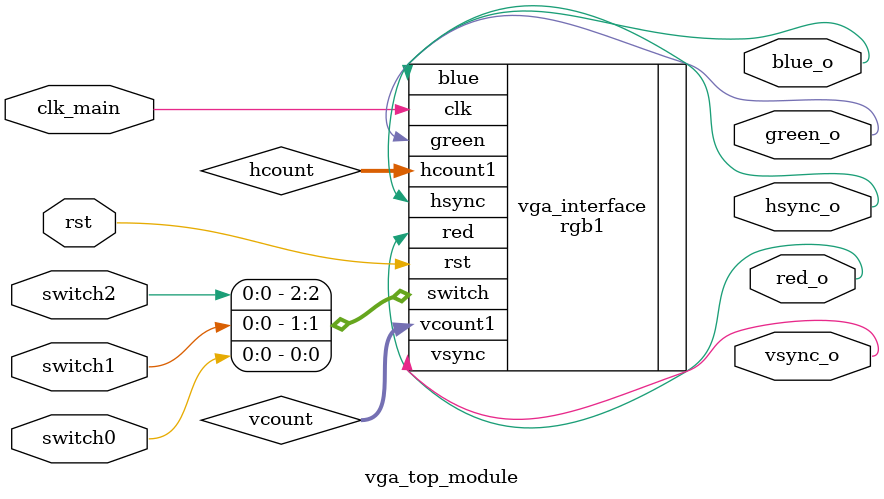
<source format=v>
`timescale 1ns / 1ps
module vga_top_module(input clk_main,
		input rst, 
		input switch0,switch1,switch2,
		output  red_o, green_o, blue_o,
		output hsync_o,vsync_o
    );
wire [10:0] hcount;
wire [9:0] vcount;
//clk_gen clk_generator(.clk(clk_main),
//							 .rst(rst),
//							 .clk1(clk)
//							  );
rgb1 vga_interface(.clk(clk_main),
						 .rst(rst),
						 .switch({switch2,switch1,switch0}),
						 .red(red_o),
						 .green(green_o),
						 .blue(blue_o),
						 .hsync(hsync_o),
						 .vsync(vsync_o),
						 .hcount1(hcount),
						 .vcount1(vcount)
						 );
 

endmodule

</source>
